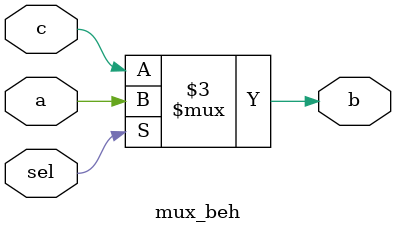
<source format=v>
module mux_beh(input a,c,sel,output reg b);
initial begin
		if(sel)begin
		 b=a;
			end

			else begin
		b=c;
	end
end
endmodule



</source>
